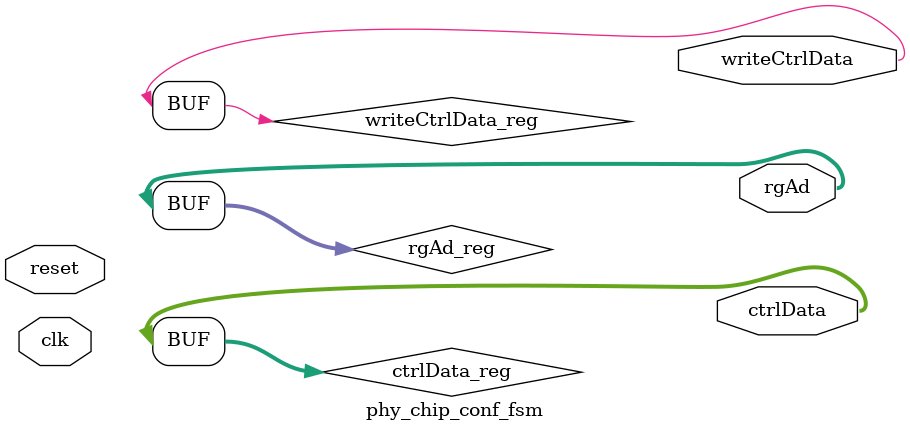
<source format=v>
`timescale 1ns / 1ps


module phy_chip_conf_fsm(
    input clk,
    input reset,
    
    output [15:0] ctrlData,
    output [4:0]  rgAd,
    output        writeCtrlData
    
    );
    
    localparam [1:0] 
        idleState = 4'b0000,
        resetState = 4'b0001, 
        setData1State = 4'b0010,
        sendData1State = 4'b0011,
        wait1State = 4'b0100,
        setData2State = 4'b0101,
        sendData2State = 4'b0110,
        wait2State = 4'b0111,
        setData3State = 4'b1000,
        sendData3State = 4'b1001,
        wait3State = 4'b1010;
        
    reg state_reg, state_next;
    reg [31:0] counter;
    reg [15:0] ctrlData_reg;
    reg [4:0]  rgAd_reg;
    reg writeCtrlData_reg;
    reg reset_reg;
    
    always @(posedge clk) begin
        if(reset) begin
            state_reg <= idleState;
        end
        else begin
            state_reg <= state_next;
        end
    end
    
    always @(state_reg, counter, reset, reset_reg)  begin
        state_next = state_reg;
        
        case(state_reg)
            idleState:
                if(!reset && reset_reg)
                    state_next <= resetState;
            resetState: 
                state_next <= setData1State;
            setData1State:
            begin
                ctrlData_reg <= 1'b0;
                //rgAd_reg <= 5'd9;
                rgAd_reg <= 5'd0;
                writeCtrlData_reg <= 16'h2100; //nexys video: 16'h0200, arty a7: 16'h2100
                state_next <= sendData1State;
            end
            sendData1State:
            begin
                ctrlData_reg <= 1'b1;
                state_next <= wait1State;
            end
            wait1State:
            begin
                if(counter == 32'd1000000)
                    //state_next <= setData2State;
                    state_next <= idleState;
            end
            setData2State:
            begin
                ctrlData_reg <= 1'b0;
                rgAd_reg <= 5'd4;
                writeCtrlData_reg <= 16'h0000;
                state_next <= sendData2State;
            end
            sendData2State:
            begin
                ctrlData_reg <= 1'b1;
                state_next <= wait2State;
            end
            wait2State:
            begin
                if(counter == 32'd1000000)
                    state_next <= setData3State;
            end
            setData3State:
            begin
                ctrlData_reg <= 1'b0;
                rgAd_reg <= 5'd0;
                writeCtrlData_reg <= 16'h9000;
                state_next <= sendData3State;
            end
            sendData3State:
            begin
                ctrlData_reg <= 1'b1;
                state_next <= wait3State;
            end
            wait3State:
            begin
                if(counter == 32'd1000000)
                    state_next <= idleState;
            end 
        endcase
    end
    
    always @(posedge clk) begin
        reset_reg <= reset;
    end
    
    always @(posedge clk) begin
        if(reset)
            counter <= 1'b0;
        else begin
            if((state_reg == wait1State) || (state_reg == wait2State) || (state_reg == wait3State))
                counter <= counter + 1'b1;
            else
                counter <= 1'b0;
        end
    end

    assign ctrlData = ctrlData_reg;
    assign rgAd = rgAd_reg;
    assign writeCtrlData = writeCtrlData_reg;
    
    
endmodule

</source>
